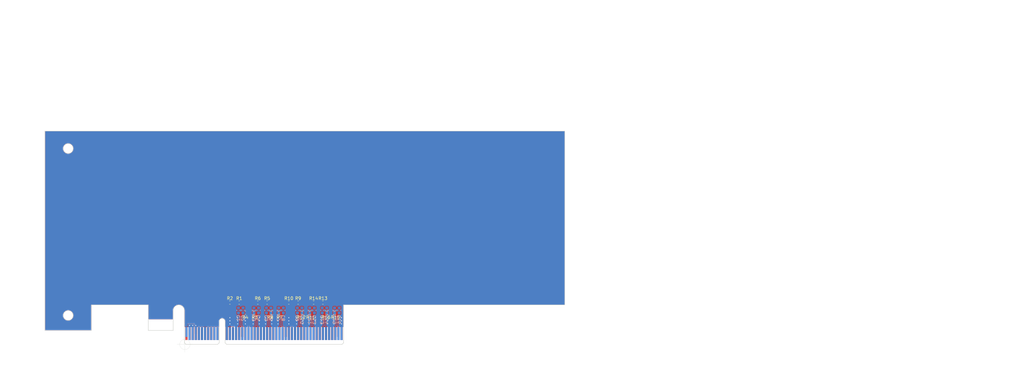
<source format=kicad_pcb>
(kicad_pcb (version 20211014) (generator pcbnew)
  (title_block (title "PCIexpress_x16_full") (company "Author: Luca Anastasio"))
  (layers (0 "F.Cu" power) (1 "In1.Cu" power) (2 "In2.Cu" power) (31 "B.Cu" power) (34 "B.Paste" user) (35 "F.Paste" user) (36 "B.SilkS" user "B.Silkscreen") (37 "F.SilkS" user "F.Silkscreen") (38 "B.Mask" user) (39 "F.Mask" user) (44 "Edge.Cuts" user))
  (net 0 "")
  (net 1 "GND")
  (net 2 "Net-(J2-PadA33)")
  (net 3 "Net-(J2-PadA32)")
  (net 4 "Net-(J2-PadA19)")
  (net 5 "+12V")
  (net 6 "+3V3")
  (net 7 "+3.3VA")
  (net 8 "Net-(J2-PadB12)")
  (net 9 "Net-(J2-PadB30)")
  (net 10 "/PER0_P")
  (net 11 "/PER0_N")
  (net 12 "/PER1_P")
  (net 13 "/PER1_N")
  (net 14 "/PER2_P")
  (net 15 "/PER2_N")
  (net 16 "/PER3_P")
  (net 17 "/PER3_N")
  (net 18 "/PER4_P")
  (net 19 "/PER4_N")
  (net 20 "/PER5_P")
  (net 21 "/PER5_N")
  (net 22 "/PER6_P")
  (net 23 "/PER6_N")
  (net 24 "/PER7_P")
  (net 25 "/PER7_N")
  (net 26 "/~{PRSNT2x8}")
  (net 27 "/PET7_N")
  (net 28 "/PET7_P")
  (net 29 "/PET6_N")
  (net 30 "/PET6_P")
  (net 31 "/PET5_N")
  (net 32 "/PET5_P")
  (net 33 "/PET4_N")
  (net 34 "/PET4_P")
  (net 35 "/~{PRSNT2x4}")
  (net 36 "/PET3_N")
  (net 37 "/PET3_P")
  (net 38 "/PET2_N")
  (net 39 "/PET2_P")
  (net 40 "/PET1_N")
  (net 41 "/PET1_P")
  (net 42 "/SMCLK")
  (net 43 "/SMDAT")
  (net 44 "/~{TRST}")
  (net 45 "/~{WAKE}")
  (net 46 "/PET0_P")
  (net 47 "/PET0_N")
  (net 48 "/~{PRSNT2x1}")
  (net 49 "/~{PRSNT1}")
  (net 50 "/TCK")
  (net 51 "/TDI")
  (net 52 "/TDO")
  (net 53 "/TMS")
  (net 54 "/~{PERST}")
  (net 55 "/REFCLK-")
  (net 56 "/REFCLK+")
  (net 57 "/PCIexpress_connector/_PER0_P")
  (net 58 "/PCIexpress_connector/_PER0_N")
  (net 59 "/PCIexpress_connector/_PER1_P")
  (net 60 "/PCIexpress_connector/_PER1_N")
  (net 61 "/PCIexpress_connector/_PER2_P")
  (net 62 "/PCIexpress_connector/_PER2_N")
  (net 63 "/PCIexpress_connector/_PER3_P")
  (net 64 "/PCIexpress_connector/_PER3_N")
  (net 65 "/PCIexpress_connector/_PER4_P")
  (net 66 "/PCIexpress_connector/_PER4_N")
  (net 67 "/PCIexpress_connector/_PER5_P")
  (net 68 "/PCIexpress_connector/_PER5_N")
  (net 69 "/PCIexpress_connector/_PER6_P")
  (net 70 "/PCIexpress_connector/_PER6_N")
  (net 71 "/PCIexpress_connector/_PER7_P")
  (net 72 "/PCIexpress_connector/_PER7_N")
  (footprint "PCIexpress:PCIexpress_bracket_low" (layer "F.Cu") (at 109.625 194.125)
    (fp_text reference "J1" hide)
    (fp_text value "PCIexpress_bracket")
  )
  (footprint "Resistor_SMD:R_0603_1608Metric" (layer "F.Cu") (at 127.125 180.625)
    (fp_text reference "R1" (at 0 -1.375) (layer "F.SilkS"))
    (fp_text value "49.9")
    (pad "1" smd roundrect locked (at -0.7875 0) (size 0.875 0.95) (layers "F.Cu" "F.Paste" "F.Mask") (net 47 "/PET0_N"))
    (pad "2" smd roundrect locked (at 0.7875 0) (size 0.875 0.95) (layers "F.Cu" "F.Paste" "F.Mask") (net 1 "GND"))
  )
  (footprint "Resistor_SMD:R_0603_1608Metric" (layer "F.Cu") (at 124.125 180.625 180)
    (fp_text reference "R2" (at 0 1.375) (layer "F.SilkS"))
    (fp_text value "49.9")
    (pad "1" smd roundrect locked (at -0.7875 0 180) (size 0.875 0.95) (layers "F.Cu" "F.Paste" "F.Mask") (net 46 "/PET0_P"))
    (pad "2" smd roundrect locked (at 0.7875 0 180) (size 0.875 0.95) (layers "F.Cu" "F.Paste" "F.Mask") (net 1 "GND"))
  )
  (footprint "Resistor_SMD:R_0603_1608Metric" (layer "F.Cu") (at 136.125 180.625)
    (fp_text reference "R5" (at 0 -1.375) (layer "F.SilkS"))
    (fp_text value "49.9")
    (pad "1" smd roundrect locked (at -0.7875 0) (size 0.875 0.95) (layers "F.Cu" "F.Paste" "F.Mask") (net 38 "/PET2_N"))
    (pad "2" smd roundrect locked (at 0.7875 0) (size 0.875 0.95) (layers "F.Cu" "F.Paste" "F.Mask") (net 1 "GND"))
  )
  (footprint "Resistor_SMD:R_0603_1608Metric" (layer "F.Cu") (at 133.125 180.625 180)
    (fp_text reference "R6" (at 0 1.375) (layer "F.SilkS"))
    (fp_text value "49.9")
    (pad "1" smd roundrect locked (at -0.7875 0 180) (size 0.875 0.95) (layers "F.Cu" "F.Paste" "F.Mask") (net 39 "/PET2_P"))
    (pad "2" smd roundrect locked (at 0.7875 0 180) (size 0.875 0.95) (layers "F.Cu" "F.Paste" "F.Mask") (net 1 "GND"))
  )
  (footprint "Resistor_SMD:R_0603_1608Metric" (layer "F.Cu") (at 140.125 183.875)
    (fp_text reference "R7" (at 0 1.5) (layer "F.SilkS"))
    (fp_text value "49.9")
    (pad "1" smd roundrect locked (at -0.7875 0) (size 0.875 0.95) (layers "F.Cu" "F.Paste" "F.Mask") (net 36 "/PET3_N"))
    (pad "2" smd roundrect locked (at 0.7875 0) (size 0.875 0.95) (layers "F.Cu" "F.Paste" "F.Mask") (net 1 "GND"))
  )
  (footprint "Resistor_SMD:R_0603_1608Metric" (layer "F.Cu") (at 137.125 183.875 180)
    (fp_text reference "R8" (at 0 -1.5) (layer "F.SilkS"))
    (fp_text value "49.9")
    (pad "1" smd roundrect locked (at -0.7875 0 180) (size 0.875 0.95) (layers "F.Cu" "F.Paste" "F.Mask") (net 37 "/PET3_P"))
    (pad "2" smd roundrect locked (at 0.7875 0 180) (size 0.875 0.95) (layers "F.Cu" "F.Paste" "F.Mask") (net 1 "GND"))
  )
  (footprint "Resistor_SMD:R_0603_1608Metric" (layer "F.Cu") (at 146.125 180.625)
    (fp_text reference "R9" (at 0 -1.375) (layer "F.SilkS"))
    (fp_text value "49.9")
    (pad "1" smd roundrect locked (at -0.7875 0) (size 0.875 0.95) (layers "F.Cu" "F.Paste" "F.Mask") (net 33 "/PET4_N"))
    (pad "2" smd roundrect locked (at 0.7875 0) (size 0.875 0.95) (layers "F.Cu" "F.Paste" "F.Mask") (net 1 "GND"))
  )
  (footprint "Resistor_SMD:R_0603_1608Metric" (layer "F.Cu") (at 143.125 180.625 180)
    (fp_text reference "R10" (at 0 1.375) (layer "F.SilkS"))
    (fp_text value "49.9")
    (pad "1" smd roundrect locked (at -0.7875 0 180) (size 0.875 0.95) (layers "F.Cu" "F.Paste" "F.Mask") (net 34 "/PET4_P"))
    (pad "2" smd roundrect locked (at 0.7875 0 180) (size 0.875 0.95) (layers "F.Cu" "F.Paste" "F.Mask") (net 1 "GND"))
  )
  (footprint "Resistor_SMD:R_0603_1608Metric" (layer "F.Cu") (at 150.125 183.875)
    (fp_text reference "R11" (at 0 1.5) (layer "F.SilkS"))
    (fp_text value "49.9")
    (pad "1" smd roundrect locked (at -0.7875 0) (size 0.875 0.95) (layers "F.Cu" "F.Paste" "F.Mask") (net 31 "/PET5_N"))
    (pad "2" smd roundrect locked (at 0.7875 0) (size 0.875 0.95) (layers "F.Cu" "F.Paste" "F.Mask") (net 1 "GND"))
  )
  (footprint "Resistor_SMD:R_0603_1608Metric" (layer "F.Cu") (at 147.125 183.875 180)
    (fp_text reference "R12" (at 0 -1.5) (layer "F.SilkS"))
    (fp_text value "49.9")
    (pad "1" smd roundrect locked (at -0.7875 0 180) (size 0.875 0.95) (layers "F.Cu" "F.Paste" "F.Mask") (net 32 "/PET5_P"))
    (pad "2" smd roundrect locked (at 0.7875 0 180) (size 0.875 0.95) (layers "F.Cu" "F.Paste" "F.Mask") (net 1 "GND"))
  )
  (footprint "Resistor_SMD:R_0603_1608Metric" (layer "F.Cu") (at 154.125 180.625)
    (fp_text reference "R13" (at 0 -1.375) (layer "F.SilkS"))
    (fp_text value "49.9")
    (pad "1" smd roundrect locked (at -0.7875 0) (size 0.875 0.95) (layers "F.Cu" "F.Paste" "F.Mask") (net 29 "/PET6_N"))
    (pad "2" smd roundrect locked (at 0.7875 0) (size 0.875 0.95) (layers "F.Cu" "F.Paste" "F.Mask") (net 1 "GND"))
  )
  (footprint "Resistor_SMD:R_0603_1608Metric" (layer "F.Cu") (at 151.125 180.625 180)
    (fp_text reference "R14" (at 0 1.375) (layer "F.SilkS"))
    (fp_text value "49.9")
    (pad "1" smd roundrect locked (at -0.7875 0 180) (size 0.875 0.95) (layers "F.Cu" "F.Paste" "F.Mask") (net 30 "/PET6_P"))
    (pad "2" smd roundrect locked (at 0.7875 0 180) (size 0.875 0.95) (layers "F.Cu" "F.Paste" "F.Mask") (net 1 "GND"))
  )
  (footprint "Resistor_SMD:R_0603_1608Metric" (layer "F.Cu") (at 158.125 183.875)
    (fp_text reference "R15" (at 0 1.5) (layer "F.SilkS"))
    (fp_text value "49.9")
    (pad "1" smd roundrect locked (at -0.7875 0) (size 0.875 0.95) (layers "F.Cu" "F.Paste" "F.Mask") (net 27 "/PET7_N"))
    (pad "2" smd roundrect locked (at 0.7875 0) (size 0.875 0.95) (layers "F.Cu" "F.Paste" "F.Mask") (net 1 "GND"))
  )
  (footprint "Resistor_SMD:R_0603_1608Metric" (layer "F.Cu") (at 155.125 183.875 180)
    (fp_text reference "R16" (at 0 -1.5) (layer "F.SilkS"))
    (fp_text value "49.9")
    (pad "1" smd roundrect locked (at -0.7875 0 180) (size 0.875 0.95) (layers "F.Cu" "F.Paste" "F.Mask") (net 28 "/PET7_P"))
    (pad "2" smd roundrect locked (at 0.7875 0 180) (size 0.875 0.95) (layers "F.Cu" "F.Paste" "F.Mask") (net 1 "GND"))
  )
  (footprint "Resistor_SMD:R_0603_1608Metric" (layer "F.Cu") (at 129.125 183.875 180)
    (fp_text reference "R4" (at 0 -1.5) (layer "F.SilkS"))
    (fp_text value "49.9")
    (pad "1" smd roundrect locked (at -0.7875 0 180) (size 0.875 0.95) (layers "F.Cu" "F.Paste" "F.Mask") (net 41 "/PET1_P"))
    (pad "2" smd roundrect locked (at 0.7875 0 180) (size 0.875 0.95) (layers "F.Cu" "F.Paste" "F.Mask") (net 1 "GND"))
  )
  (footprint "Resistor_SMD:R_0603_1608Metric" (layer "F.Cu") (at 132.125 183.875)
    (fp_text reference "R3" (at 0 1.5) (layer "F.SilkS"))
    (fp_text value "49.9")
    (pad "1" smd roundrect locked (at -0.7875 0) (size 0.875 0.95) (layers "F.Cu" "F.Paste" "F.Mask") (net 40 "/PET1_N"))
    (pad "2" smd roundrect locked (at 0.7875 0) (size 0.875 0.95) (layers "F.Cu" "F.Paste" "F.Mask") (net 1 "GND"))
  )
  (footprint "PCIexpress:PCIexpress_x8" (layer "F.Cu") (at 109.625 194.125)
    (fp_text reference "J2" hide)
    (fp_text value "PCIexpress_x8")
    (pad "A1" connect rect locked (at 0.5 -4) (size 0.7 3.2) (layers "B.Cu") (net 49 "/~{PRSNT1}"))
    (pad "A2" connect rect locked (at 1.5 -3.5) (size 0.7 4.2) (layers "B.Cu") (net 5 "+12V"))
    (pad "A3" connect rect locked (at 2.5 -3.5) (size 0.7 4.2) (layers "B.Cu") (net 5 "+12V"))
    (pad "A4" connect rect locked (at 3.5 -3.5) (size 0.7 4.2) (layers "B.Cu") (net 1 "GND"))
    (pad "A5" connect rect locked (at 4.5 -3.5) (size 0.7 4.2) (layers "B.Cu") (net 50 "/TCK"))
    (pad "A6" connect rect locked (at 5.5 -3.5) (size 0.7 4.2) (layers "B.Cu") (net 51 "/TDI"))
    (pad "A7" connect rect locked (at 6.5 -3.5) (size 0.7 4.2) (layers "B.Cu") (net 52 "/TDO"))
    (pad "A8" connect rect locked (at 7.5 -3.5) (size 0.7 4.2) (layers "B.Cu") (net 53 "/TMS"))
    (pad "A9" connect rect locked (at 8.5 -3.5) (size 0.7 4.2) (layers "B.Cu") (net 6 "+3V3"))
    (pad "A10" connect rect locked (at 9.5 -3.5) (size 0.7 4.2) (layers "B.Cu") (net 6 "+3V3"))
    (pad "A11" connect rect locked (at 10.5 -3.5) (size 0.7 4.2) (layers "B.Cu") (net 54 "/~{PERST}"))
    (pad "A12" connect rect locked (at 13.5 -3.5) (size 0.7 4.2) (layers "B.Cu") (net 1 "GND"))
    (pad "A13" connect rect locked (at 14.5 -3.5) (size 0.7 4.2) (layers "B.Cu") (net 56 "/REFCLK+"))
    (pad "A14" connect rect locked (at 15.5 -3.5) (size 0.7 4.2) (layers "B.Cu") (net 55 "/REFCLK-"))
    (pad "A15" connect rect locked (at 16.5 -3.5) (size 0.7 4.2) (layers "B.Cu") (net 1 "GND"))
    (pad "A16" connect rect locked (at 17.5 -3.5) (size 0.7 4.2) (layers "B.Cu") (net 57 "/PCIexpress_connector/_PER0_P"))
    (pad "A17" connect rect locked (at 18.5 -3.5) (size 0.7 4.2) (layers "B.Cu") (net 58 "/PCIexpress_connector/_PER0_N"))
    (pad "A18" connect rect locked (at 19.5 -3.5) (size 0.7 4.2) (layers "B.Cu") (net 1 "GND"))
    (pad "A19" connect rect locked (at 20.5 -3.5) (size 0.7 4.2) (layers "B.Cu") (net 4 "Net-(J2-PadA19)"))
    (pad "A20" connect rect locked (at 21.5 -3.5) (size 0.7 4.2) (layers "B.Cu") (net 1 "GND"))
    (pad "A21" connect rect locked (at 22.5 -3.5) (size 0.7 4.2) (layers "B.Cu") (net 59 "/PCIexpress_connector/_PER1_P"))
    (pad "A22" connect rect locked (at 23.5 -3.5) (size 0.7 4.2) (layers "B.Cu") (net 60 "/PCIexpress_connector/_PER1_N"))
    (pad "A23" connect rect locked (at 24.5 -3.5) (size 0.7 4.2) (layers "B.Cu") (net 1 "GND"))
    (pad "A24" connect rect locked (at 25.5 -3.5) (size 0.7 4.2) (layers "B.Cu") (net 1 "GND"))
    (pad "A25" connect rect locked (at 26.5 -3.5) (size 0.7 4.2) (layers "B.Cu") (net 61 "/PCIexpress_connector/_PER2_P"))
    (pad "A26" connect rect locked (at 27.5 -3.5) (size 0.7 4.2) (layers "B.Cu") (net 62 "/PCIexpress_connector/_PER2_N"))
    (pad "A27" connect rect locked (at 28.5 -3.5) (size 0.7 4.2) (layers "B.Cu") (net 1 "GND"))
    (pad "A28" connect rect locked (at 29.5 -3.5) (size 0.7 4.2) (layers "B.Cu") (net 1 "GND"))
    (pad "A29" connect rect locked (at 30.5 -3.5) (size 0.7 4.2) (layers "B.Cu") (net 63 "/PCIexpress_connector/_PER3_P"))
    (pad "A30" connect rect locked (at 31.5 -3.5) (size 0.7 4.2) (layers "B.Cu") (net 64 "/PCIexpress_connector/_PER3_N"))
    (pad "A31" connect rect locked (at 32.5 -3.5) (size 0.7 4.2) (layers "B.Cu") (net 1 "GND"))
    (pad "A32" connect rect locked (at 33.5 -3.5) (size 0.7 4.2) (layers "B.Cu") (net 3 "Net-(J2-PadA32)"))
    (pad "A33" connect rect locked (at 34.5 -3.5) (size 0.7 4.2) (layers "B.Cu") (net 2 "Net-(J2-PadA33)"))
    (pad "A34" connect rect locked (at 35.5 -3.5) (size 0.7 4.2) (layers "B.Cu") (net 1 "GND"))
    (pad "A35" connect rect locked (at 36.5 -3.5) (size 0.7 4.2) (layers "B.Cu") (net 65 "/PCIexpress_connector/_PER4_P"))
    (pad "A36" connect rect locked (at 37.5 -3.5) (size 0.7 4.2) (layers "B.Cu") (net 66 "/PCIexpress_connector/_PER4_N"))
    (pad "A37" connect rect locked (at 38.5 -3.5) (size 0.7 4.2) (layers "B.Cu") (net 1 "GND"))
    (pad "A38" connect rect locked (at 39.5 -3.5) (size 0.7 4.2) (layers "B.Cu") (net 1 "GND"))
    (pad "A39" connect rect locked (at 40.5 -3.5) (size 0.7 4.2) (layers "B.Cu") (net 67 "/PCIexpress_connector/_PER5_P"))
    (pad "A40" connect rect locked (at 41.5 -3.5) (size 0.7 4.2) (layers "B.Cu") (net 68 "/PCIexpress_connector/_PER5_N"))
    (pad "A41" connect rect locked (at 42.5 -3.5) (size 0.7 4.2) (layers "B.Cu") (net 1 "GND"))
    (pad "A42" connect rect locked (at 43.5 -3.5) (size 0.7 4.2) (layers "B.Cu") (net 1 "GND"))
    (pad "A43" connect rect locked (at 44.5 -3.5) (size 0.7 4.2) (layers "B.Cu") (net 69 "/PCIexpress_connector/_PER6_P"))
    (pad "A44" connect rect locked (at 45.5 -3.5) (size 0.7 4.2) (layers "B.Cu") (net 70 "/PCIexpress_connector/_PER6_N"))
    (pad "A45" connect rect locked (at 46.5 -3.5) (size 0.7 4.2) (layers "B.Cu") (net 1 "GND"))
    (pad "A46" connect rect locked (at 47.5 -3.5) (size 0.7 4.2) (layers "B.Cu") (net 1 "GND"))
    (pad "A47" connect rect locked (at 48.5 -3.5) (size 0.7 4.2) (layers "B.Cu") (net 71 "/PCIexpress_connector/_PER7_P"))
    (pad "A48" connect rect locked (at 49.5 -3.5) (size 0.7 4.2) (layers "B.Cu") (net 72 "/PCIexpress_connector/_PER7_N"))
    (pad "A49" connect rect locked (at 50.5 -3.5) (size 0.7 4.2) (layers "B.Cu") (net 1 "GND"))
    (pad "B1" connect rect locked (at 0.5 -3.5) (size 0.7 4.2) (layers "F.Cu") (net 5 "+12V"))
    (pad "B2" connect rect locked (at 1.5 -3.5) (size 0.7 4.2) (layers "F.Cu") (net 5 "+12V"))
    (pad "B3" connect rect locked (at 2.5 -3.5) (size 0.7 4.2) (layers "F.Cu") (net 5 "+12V"))
    (pad "B4" connect rect locked (at 3.5 -3.5) (size 0.7 4.2) (layers "F.Cu") (net 1 "GND"))
    (pad "B5" connect rect locked (at 4.5 -3.5) (size 0.7 4.2) (layers "F.Cu") (net 42 "/SMCLK"))
    (pad "B6" connect rect locked (at 5.5 -3.5) (size 0.7 4.2) (layers "F.Cu") (net 43 "/SMDAT"))
    (pad "B7" connect rect locked (at 6.5 -3.5) (size 0.7 4.2) (layers "F.Cu") (net 1 "GND"))
    (pad "B8" connect rect locked (at 7.5 -3.5) (size 0.7 4.2) (layers "F.Cu") (net 6 "+3V3"))
    (pad "B9" connect rect locked (at 8.5 -3.5) (size 0.7 4.2) (layers "F.Cu") (net 44 "/~{TRST}"))
    (pad "B10" connect rect locked (at 9.5 -3.5) (size 0.7 4.2) (layers "F.Cu") (net 7 "+3.3VA"))
    (pad "B11" connect rect locked (at 10.5 -3.5) (size 0.7 4.2) (layers "F.Cu") (net 45 "/~{WAKE}"))
    (pad "B12" connect rect locked (at 13.5 -3.5) (size 0.7 4.2) (layers "F.Cu") (net 8 "Net-(J2-PadB12)"))
    (pad "B13" connect rect locked (at 14.5 -3.5) (size 0.7 4.2) (layers "F.Cu") (net 1 "GND"))
    (pad "B14" connect rect locked (at 15.5 -3.5) (size 0.7 4.2) (layers "F.Cu") (net 46 "/PET0_P"))
    (pad "B15" connect rect locked (at 16.5 -3.5) (size 0.7 4.2) (layers "F.Cu") (net 47 "/PET0_N"))
    (pad "B16" connect rect locked (at 17.5 -3.5) (size 0.7 4.2) (layers "F.Cu") (net 1 "GND"))
    (pad "B17" connect rect locked (at 18.5 -4) (size 0.7 3.2) (layers "F.Cu") (net 48 "/~{PRSNT2x1}"))
    (pad "B18" connect rect locked (at 19.5 -3.5) (size 0.7 4.2) (layers "F.Cu") (net 1 "GND"))
    (pad "B19" connect rect locked (at 20.5 -3.5) (size 0.7 4.2) (layers "F.Cu") (net 41 "/PET1_P"))
    (pad "B20" connect rect locked (at 21.5 -3.5) (size 0.7 4.2) (layers "F.Cu") (net 40 "/PET1_N"))
    (pad "B21" connect rect locked (at 22.5 -3.5) (size 0.7 4.2) (layers "F.Cu") (net 1 "GND"))
    (pad "B22" connect rect locked (at 23.5 -3.5) (size 0.7 4.2) (layers "F.Cu") (net 1 "GND"))
    (pad "B23" connect rect locked (at 24.5 -3.5) (size 0.7 4.2) (layers "F.Cu") (net 39 "/PET2_P"))
    (pad "B24" connect rect locked (at 25.5 -3.5) (size 0.7 4.2) (layers "F.Cu") (net 38 "/PET2_N"))
    (pad "B25" connect rect locked (at 26.5 -3.5) (size 0.7 4.2) (layers "F.Cu") (net 1 "GND"))
    (pad "B26" connect rect locked (at 27.5 -3.5) (size 0.7 4.2) (layers "F.Cu") (net 1 "GND"))
    (pad "B27" connect rect locked (at 28.5 -3.5) (size 0.7 4.2) (layers "F.Cu") (net 37 "/PET3_P"))
    (pad "B28" connect rect locked (at 29.5 -3.5) (size 0.7 4.2) (layers "F.Cu") (net 36 "/PET3_N"))
    (pad "B29" connect rect locked (at 30.5 -3.5) (size 0.7 4.2) (layers "F.Cu") (net 1 "GND"))
    (pad "B30" connect rect locked (at 31.5 -3.5) (size 0.7 4.2) (layers "F.Cu") (net 9 "Net-(J2-PadB30)"))
    (pad "B31" connect rect locked (at 32.5 -4) (size 0.7 3.2) (layers "F.Cu") (net 35 "/~{PRSNT2x4}"))
    (pad "B32" connect rect locked (at 33.5 -3.5) (size 0.7 4.2) (layers "F.Cu") (net 1 "GND"))
    (pad "B33" connect rect locked (at 34.5 -3.5) (size 0.7 4.2) (layers "F.Cu") (net 34 "/PET4_P"))
    (pad "B34" connect rect locked (at 35.5 -3.5) (size 0.7 4.2) (layers "F.Cu") (net 33 "/PET4_N"))
    (pad "B35" connect rect locked (at 36.5 -3.5) (size 0.7 4.2) (layers "F.Cu") (net 1 "GND"))
    (pad "B36" connect rect locked (at 37.5 -3.5) (size 0.7 4.2) (layers "F.Cu") (net 1 "GND"))
    (pad "B37" connect rect locked (at 38.5 -3.5) (size 0.7 4.2) (layers "F.Cu") (net 32 "/PET5_P"))
    (pad "B38" connect rect locked (at 39.5 -3.5) (size 0.7 4.2) (layers "F.Cu") (net 31 "/PET5_N"))
    (pad "B39" connect rect locked (at 40.5 -3.5) (size 0.7 4.2) (layers "F.Cu") (net 1 "GND"))
    (pad "B40" connect rect locked (at 41.5 -3.5) (size 0.7 4.2) (layers "F.Cu") (net 1 "GND"))
    (pad "B41" connect rect locked (at 42.5 -3.5) (size 0.7 4.2) (layers "F.Cu") (net 30 "/PET6_P"))
    (pad "B42" connect rect locked (at 43.5 -3.5) (size 0.7 4.2) (layers "F.Cu") (net 29 "/PET6_N"))
    (pad "B43" connect rect locked (at 44.5 -3.5) (size 0.7 4.2) (layers "F.Cu") (net 1 "GND"))
    (pad "B44" connect rect locked (at 45.5 -3.5) (size 0.7 4.2) (layers "F.Cu") (net 1 "GND"))
    (pad "B45" connect rect locked (at 46.5 -3.5) (size 0.7 4.2) (layers "F.Cu") (net 28 "/PET7_P"))
    (pad "B46" connect rect locked (at 47.5 -3.5) (size 0.7 4.2) (layers "F.Cu") (net 27 "/PET7_N"))
    (pad "B47" connect rect locked (at 48.5 -3.5) (size 0.7 4.2) (layers "F.Cu") (net 1 "GND"))
    (pad "B48" connect rect locked (at 49.5 -4) (size 0.7 3.2) (layers "F.Cu") (net 26 "/~{PRSNT2x8}"))
    (pad "B49" connect rect locked (at 50.5 -3.5) (size 0.7 4.2) (layers "F.Cu") (net 1 "GND"))
  )
  (footprint "Capacitor_SMD:C_0603_1608Metric" (layer "B.Cu") (at 126.875 183.125 -90)
    (fp_text reference "C1" (at 2.5 0 90) (layer "B.SilkS") (effects (justify mirror)))
    (fp_text value "100n")
    (pad "1" smd roundrect locked (at -0.7875 0 270) (size 0.875 0.95) (layers "B.Cu" "B.Paste" "B.Mask") (net 10 "/PER0_P"))
    (pad "2" smd roundrect locked (at 0.7875 0 270) (size 0.875 0.95) (layers "B.Cu" "B.Paste" "B.Mask") (net 57 "/PCIexpress_connector/_PER0_P"))
  )
  (footprint "Capacitor_SMD:C_0603_1608Metric" (layer "B.Cu") (at 128.375 183.125 90)
    (fp_text reference "C2" (at -2.5 0 90) (layer "B.SilkS") (effects (justify mirror)))
    (fp_text value "100n")
    (pad "1" smd roundrect locked (at -0.7875 0 90) (size 0.875 0.95) (layers "B.Cu" "B.Paste" "B.Mask") (net 58 "/PCIexpress_connector/_PER0_N"))
    (pad "2" smd roundrect locked (at 0.7875 0 90) (size 0.875 0.95) (layers "B.Cu" "B.Paste" "B.Mask") (net 11 "/PER0_N"))
  )
  (footprint "Capacitor_SMD:C_0603_1608Metric" (layer "B.Cu") (at 131.875 183.125 -90)
    (fp_text reference "C3" (at 2.5 0 90) (layer "B.SilkS") (effects (justify mirror)))
    (fp_text value "100n")
    (pad "1" smd roundrect locked (at -0.7875 0 270) (size 0.875 0.95) (layers "B.Cu" "B.Paste" "B.Mask") (net 12 "/PER1_P"))
    (pad "2" smd roundrect locked (at 0.7875 0 270) (size 0.875 0.95) (layers "B.Cu" "B.Paste" "B.Mask") (net 59 "/PCIexpress_connector/_PER1_P"))
  )
  (footprint "Capacitor_SMD:C_0603_1608Metric" (layer "B.Cu") (at 133.375 183.125 90)
    (fp_text reference "C4" (at -2.5 0 90) (layer "B.SilkS") (effects (justify mirror)))
    (fp_text value "100n")
    (pad "1" smd roundrect locked (at -0.7875 0 90) (size 0.875 0.95) (layers "B.Cu" "B.Paste" "B.Mask") (net 60 "/PCIexpress_connector/_PER1_N"))
    (pad "2" smd roundrect locked (at 0.7875 0 90) (size 0.875 0.95) (layers "B.Cu" "B.Paste" "B.Mask") (net 13 "/PER1_N"))
  )
  (footprint "Capacitor_SMD:C_0603_1608Metric" (layer "B.Cu") (at 135.875 183.125 -90)
    (fp_text reference "C5" (at 2.5 0 90) (layer "B.SilkS") (effects (justify mirror)))
    (fp_text value "100n")
    (pad "1" smd roundrect locked (at -0.7875 0 270) (size 0.875 0.95) (layers "B.Cu" "B.Paste" "B.Mask") (net 14 "/PER2_P"))
    (pad "2" smd roundrect locked (at 0.7875 0 270) (size 0.875 0.95) (layers "B.Cu" "B.Paste" "B.Mask") (net 61 "/PCIexpress_connector/_PER2_P"))
  )
  (footprint "Capacitor_SMD:C_0603_1608Metric" (layer "B.Cu") (at 137.375 183.125 90)
    (fp_text reference "C6" (at -2.5 0 90) (layer "B.SilkS") (effects (justify mirror)))
    (fp_text value "100n")
    (pad "1" smd roundrect locked (at -0.7875 0 90) (size 0.875 0.95) (layers "B.Cu" "B.Paste" "B.Mask") (net 62 "/PCIexpress_connector/_PER2_N"))
    (pad "2" smd roundrect locked (at 0.7875 0 90) (size 0.875 0.95) (layers "B.Cu" "B.Paste" "B.Mask") (net 15 "/PER2_N"))
  )
  (footprint "Capacitor_SMD:C_0603_1608Metric" (layer "B.Cu") (at 139.875 183.125 -90)
    (fp_text reference "C7" (at 2.5 0 90) (layer "B.SilkS") (effects (justify mirror)))
    (fp_text value "100n")
    (pad "1" smd roundrect locked (at -0.7875 0 270) (size 0.875 0.95) (layers "B.Cu" "B.Paste" "B.Mask") (net 16 "/PER3_P"))
    (pad "2" smd roundrect locked (at 0.7875 0 270) (size 0.875 0.95) (layers "B.Cu" "B.Paste" "B.Mask") (net 63 "/PCIexpress_connector/_PER3_P"))
  )
  (footprint "Capacitor_SMD:C_0603_1608Metric" (layer "B.Cu") (at 141.375 183.125 90)
    (fp_text reference "C8" (at -2.5 0 90) (layer "B.SilkS") (effects (justify mirror)))
    (fp_text value "100n")
    (pad "1" smd roundrect locked (at -0.7875 0 90) (size 0.875 0.95) (layers "B.Cu" "B.Paste" "B.Mask") (net 64 "/PCIexpress_connector/_PER3_N"))
    (pad "2" smd roundrect locked (at 0.7875 0 90) (size 0.875 0.95) (layers "B.Cu" "B.Paste" "B.Mask") (net 17 "/PER3_N"))
  )
  (footprint "Capacitor_SMD:C_0603_1608Metric" (layer "B.Cu") (at 145.875 183.125 -90)
    (fp_text reference "C9" (at 2.5 0 90) (layer "B.SilkS") (effects (justify mirror)))
    (fp_text value "100n")
    (pad "1" smd roundrect locked (at -0.7875 0 270) (size 0.875 0.95) (layers "B.Cu" "B.Paste" "B.Mask") (net 18 "/PER4_P"))
    (pad "2" smd roundrect locked (at 0.7875 0 270) (size 0.875 0.95) (layers "B.Cu" "B.Paste" "B.Mask") (net 65 "/PCIexpress_connector/_PER4_P"))
  )
  (footprint "Capacitor_SMD:C_0603_1608Metric" (layer "B.Cu") (at 147.375 183.125 90)
    (fp_text reference "C10" (at -3 0 90) (layer "B.SilkS") (effects (justify mirror)))
    (fp_text value "100n")
    (pad "1" smd roundrect locked (at -0.7875 0 90) (size 0.875 0.95) (layers "B.Cu" "B.Paste" "B.Mask") (net 66 "/PCIexpress_connector/_PER4_N"))
    (pad "2" smd roundrect locked (at 0.7875 0 90) (size 0.875 0.95) (layers "B.Cu" "B.Paste" "B.Mask") (net 19 "/PER4_N"))
  )
  (footprint "Capacitor_SMD:C_0603_1608Metric" (layer "B.Cu") (at 149.875 183.125 -90)
    (fp_text reference "C11" (at 3 0 90) (layer "B.SilkS") (effects (justify mirror)))
    (fp_text value "100n")
    (pad "1" smd roundrect locked (at -0.7875 0 270) (size 0.875 0.95) (layers "B.Cu" "B.Paste" "B.Mask") (net 20 "/PER5_P"))
    (pad "2" smd roundrect locked (at 0.7875 0 270) (size 0.875 0.95) (layers "B.Cu" "B.Paste" "B.Mask") (net 67 "/PCIexpress_connector/_PER5_P"))
  )
  (footprint "Capacitor_SMD:C_0603_1608Metric" (layer "B.Cu") (at 151.375 183.125 90)
    (fp_text reference "C12" (at -3 0 90) (layer "B.SilkS") (effects (justify mirror)))
    (fp_text value "100n")
    (pad "1" smd roundrect locked (at -0.7875 0 90) (size 0.875 0.95) (layers "B.Cu" "B.Paste" "B.Mask") (net 68 "/PCIexpress_connector/_PER5_N"))
    (pad "2" smd roundrect locked (at 0.7875 0 90) (size 0.875 0.95) (layers "B.Cu" "B.Paste" "B.Mask") (net 21 "/PER5_N"))
  )
  (footprint "Capacitor_SMD:C_0603_1608Metric" (layer "B.Cu") (at 155.375 183.125 90)
    (fp_text reference "C14" (at -3 0 90) (layer "B.SilkS") (effects (justify mirror)))
    (fp_text value "100n")
    (pad "1" smd roundrect locked (at -0.7875 0 90) (size 0.875 0.95) (layers "B.Cu" "B.Paste" "B.Mask") (net 70 "/PCIexpress_connector/_PER6_N"))
    (pad "2" smd roundrect locked (at 0.7875 0 90) (size 0.875 0.95) (layers "B.Cu" "B.Paste" "B.Mask") (net 23 "/PER6_N"))
  )
  (footprint "Capacitor_SMD:C_0603_1608Metric" (layer "B.Cu") (at 157.875 183.125 -90)
    (fp_text reference "C15" (at 3 0 90) (layer "B.SilkS") (effects (justify mirror)))
    (fp_text value "100n")
    (pad "1" smd roundrect locked (at -0.7875 0 270) (size 0.875 0.95) (layers "B.Cu" "B.Paste" "B.Mask") (net 24 "/PER7_P"))
    (pad "2" smd roundrect locked (at 0.7875 0 270) (size 0.875 0.95) (layers "B.Cu" "B.Paste" "B.Mask") (net 71 "/PCIexpress_connector/_PER7_P"))
  )
  (footprint "Capacitor_SMD:C_0603_1608Metric" (layer "B.Cu") (at 159.375 183.125 90)
    (fp_text reference "C16" (at -3 0 90) (layer "B.SilkS") (effects (justify mirror)))
    (fp_text value "100n")
    (pad "1" smd roundrect locked (at -0.7875 0 90) (size 0.875 0.95) (layers "B.Cu" "B.Paste" "B.Mask") (net 72 "/PCIexpress_connector/_PER7_N"))
    (pad "2" smd roundrect locked (at 0.7875 0 90) (size 0.875 0.95) (layers "B.Cu" "B.Paste" "B.Mask") (net 25 "/PER7_N"))
  )
  (footprint "Capacitor_SMD:C_0603_1608Metric" (layer "B.Cu") (at 153.875 183.125 -90)
    (fp_text reference "C13" (at 3 0 90) (layer "B.SilkS") (effects (justify mirror)))
    (fp_text value "100n")
    (pad "1" smd roundrect locked (at -0.7875 0 270) (size 0.875 0.95) (layers "B.Cu" "B.Paste" "B.Mask") (net 22 "/PER6_P"))
    (pad "2" smd roundrect locked (at 0.7875 0 270) (size 0.875 0.95) (layers "B.Cu" "B.Paste" "B.Mask") (net 69 "/PCIexpress_connector/_PER6_P"))
  )
  (gr_line (start 120.175 194.125) (end 120.675 193.625) (layer "Edge.Cuts") (width 0.15))
  (gr_line (start 160.275 194.125) (end 123.075 194.125) (layer "Edge.Cuts") (width 0.15))
  (gr_line (start 97.825 181.375) (end 97.825 189.625) (layer "Edge.Cuts") (width 0.15))
  (gr_line (start 79.475 181.375) (end 97.825 181.375) (layer "Edge.Cuts") (width 0.15))
  (gr_line (start 232.125 181.375) (end 232.125 125.225) (layer "Edge.Cuts") (width 0.15))
  (gr_line (start 97.825 189.625) (end 105.825 189.625) (layer "Edge.Cuts") (width 0.15))
  (gr_line (start 120.675 193.625) (end 120.675 186.675) (layer "Edge.Cuts") (width 0.15))
  (gr_line (start 64.475 189.625) (end 79.475 189.625) (layer "Edge.Cuts") (width 0.15))
  (gr_line (start 109.475 193.625) (end 109.975 194.125) (layer "Edge.Cuts") (width 0.15))
  (gr_line (start 160.775 181.375) (end 160.775 193.625) (layer "Edge.Cuts") (width 0.15))
  (gr_line (start 122.575 193.625) (end 123.075 194.125) (layer "Edge.Cuts") (width 0.15))
  (gr_arc (start 120.675 186.675) (mid 121.625 185.725) (end 122.575 186.675) (layer "Edge.Cuts") (width 0.15))
  (gr_line (start 64.475 125.225) (end 64.475 189.625) (layer "Edge.Cuts") (width 0.15))
  (gr_line (start 79.475 189.625) (end 79.475 181.375) (layer "Edge.Cuts") (width 0.15))
  (gr_circle (center 71.975 130.875) (end 73.575 130.875) (layer "Edge.Cuts") (width 0.15) (fill none))
  (gr_line (start 109.475 183.2) (end 109.475 193.625) (layer "Edge.Cuts") (width 0.15))
  (gr_line (start 232.125 181.375) (end 160.775 181.375) (layer "Edge.Cuts") (width 0.15))
  (gr_line (start 105.825 189.625) (end 105.825 183.2) (layer "Edge.Cuts") (width 0.15))
  (gr_line (start 160.775 193.625) (end 160.275 194.125) (layer "Edge.Cuts") (width 0.15))
  (gr_line (start 232.125 125.225) (end 64.475 125.225) (layer "Edge.Cuts") (width 0.15))
  (gr_line (start 122.575 186.675) (end 122.575 193.625) (layer "Edge.Cuts") (width 0.15))
  (gr_arc (start 105.825 183.2) (mid 107.65 181.375) (end 109.475 183.2) (layer "Edge.Cuts") (width 0.15))
  (gr_circle (center 71.975 184.775) (end 73.575 184.775) (layer "Edge.Cuts") (width 0.15) (fill none))
  (gr_line (start 109.975 194.125) (end 120.175 194.125) (layer "Edge.Cuts") (width 0.15))
  (target plus (at 109.625 194.125) (size 5) (width 0.05) (layer "Edge.Cuts"))
  (segment (start 113.125 188.125) (end 113.125 188.125) (width 0.7) (layer "F.Cu") (net 1))
  (segment (start 113.125 190.625) (end 113.125 188) (width 0.7) (layer "F.Cu") (net 1))
  (via (at 124.125 185.5) (size 0.55) (drill 0.3) (layers "F.Cu" "B.Cu") (net 1))
  (via (at 143.125 185.5) (size 0.55) (drill 0.3) (layers "F.Cu" "B.Cu") (net 1))
  (via (at 157.625 185.5) (size 0.55) (drill 0.3) (layers "F.Cu" "B.Cu") (net 1))
  (via (at 135.625 185.5) (size 0.55) (drill 0.3) (layers "F.Cu" "B.Cu") (net 1))
  (via (at 139.625 185.5) (size 0.55) (drill 0.3) (layers "F.Cu" "B.Cu") (net 1))
  (via (at 133.625 185.5) (size 0.55) (drill 0.3) (layers "F.Cu" "B.Cu") (net 1))
  (via (at 129.125 185.5) (size 0.55) (drill 0.3) (layers "F.Cu" "B.Cu") (net 1))
  (via (at 155.625 185.5) (size 0.55) (drill 0.3) (layers "F.Cu" "B.Cu") (net 1))
  (via (at 149.625 185.5) (size 0.55) (drill 0.3) (layers "F.Cu" "B.Cu") (net 1))
  (via (at 147.625 185.5) (size 0.55) (drill 0.3) (layers "F.Cu" "B.Cu") (net 1))
  (via (at 145.625 185.5) (size 0.55) (drill 0.3) (layers "F.Cu" "B.Cu") (net 1))
  (via (at 160.125 185.5) (size 0.55) (drill 0.3) (layers "F.Cu" "B.Cu") (net 1))
  (via (at 151.625 185.5) (size 0.55) (drill 0.3) (layers "F.Cu" "B.Cu") (net 1))
  (via (at 153.625 185.5) (size 0.55) (drill 0.3) (layers "F.Cu" "B.Cu") (net 1))
  (via (at 126.625 185.5) (size 0.55) (drill 0.3) (layers "F.Cu" "B.Cu") (net 1))
  (via (at 131.625 185.5) (size 0.55) (drill 0.3) (layers "F.Cu" "B.Cu") (net 1))
  (via (at 137.625 185.5) (size 0.55) (drill 0.3) (layers "F.Cu" "B.Cu") (net 1))
  (via (at 157.625 187.5) (size 0.55) (drill 0.3) (layers "F.Cu" "B.Cu") (net 1))
  (via (at 143.125 186.5) (size 0.55) (drill 0.3) (layers "F.Cu" "B.Cu") (net 1))
  (via (at 137.625 187.5) (size 0.55) (drill 0.3) (layers "F.Cu" "B.Cu") (net 1))
  (via (at 124.125 186.5) (size 0.55) (drill 0.3) (layers "F.Cu" "B.Cu") (net 1))
  (via (at 147.625 186.5) (size 0.55) (drill 0.3) (layers "F.Cu" "B.Cu") (net 1))
  (via (at 143.125 187.5) (size 0.55) (drill 0.3) (layers "F.Cu" "B.Cu") (net 1))
  (via (at 137.625 186.5) (size 0.55) (drill 0.3) (layers "F.Cu" "B.Cu") (net 1))
  (via (at 160.125 187.5) (size 0.55) (drill 0.3) (layers "F.Cu" "B.Cu") (net 1))
  (via (at 131.625 187.5) (size 0.55) (drill 0.3) (layers "F.Cu" "B.Cu") (net 1))
  (via (at 124.125 187.5) (size 0.55) (drill 0.3) (layers "F.Cu" "B.Cu") (net 1))
  (via (at 160.125 186.5) (size 0.55) (drill 0.3) (layers "F.Cu" "B.Cu") (net 1))
  (via (at 135.625 186.5) (size 0.55) (drill 0.3) (layers "F.Cu" "B.Cu") (net 1))
  (via (at 113.125 188) (size 0.55) (drill 0.3) (layers "F.Cu" "B.Cu") (net 1))
  (via (at 155.625 187.5) (size 0.55) (drill 0.3) (layers "F.Cu" "B.Cu") (net 1))
  (via (at 153.625 186.5) (size 0.55) (drill 0.3) (layers "F.Cu" "B.Cu") (net 1))
  (via (at 133.625 186.5) (size 0.55) (drill 0.3) (layers "F.Cu" "B.Cu") (net 1))
  (via (at 126.625 186.5) (size 0.55) (drill 0.3) (layers "F.Cu" "B.Cu") (net 1))
  (via (at 151.625 187.5) (size 0.55) (drill 0.3) (layers "F.Cu" "B.Cu") (net 1))
  (via (at 157.625 186.5) (size 0.55) (drill 0.3) (layers "F.Cu" "B.Cu") (net 1))
  (via (at 147.625 187.5) (size 0.55) (drill 0.3) (layers "F.Cu" "B.Cu") (net 1))
  (via (at 145.625 186.5) (size 0.55) (drill 0.3) (layers "F.Cu" "B.Cu") (net 1))
  (via (at 149.625 187.5) (size 0.55) (drill 0.3) (layers "F.Cu" "B.Cu") (net 1))
  (via (at 126.625 187.5) (size 0.55) (drill 0.3) (layers "F.Cu" "B.Cu") (net 1))
  (via (at 129.125 186.5) (size 0.55) (drill 0.3) (layers "F.Cu" "B.Cu") (net 1))
  (via (at 149.625 186.5) (size 0.55) (drill 0.3) (layers "F.Cu" "B.Cu") (net 1))
  (via (at 131.625 186.5) (size 0.55) (drill 0.3) (layers "F.Cu" "B.Cu") (net 1))
  (via (at 155.625 186.5) (size 0.55) (drill 0.3) (layers "F.Cu" "B.Cu") (net 1))
  (via (at 129.125 187.5) (size 0.55) (drill 0.3) (layers "F.Cu" "B.Cu") (net 1))
  (via (at 151.625 186.5) (size 0.55) (drill 0.3) (layers "F.Cu" "B.Cu") (net 1))
  (via (at 133.625 187.5) (size 0.55) (drill 0.3) (layers "F.Cu" "B.Cu") (net 1))
  (via (at 145.625 187.5) (size 0.55) (drill 0.3) (layers "F.Cu" "B.Cu") (net 1))
  (via (at 135.625 187.5) (size 0.55) (drill 0.3) (layers "F.Cu" "B.Cu") (net 1))
  (via (at 153.625 187.5) (size 0.55) (drill 0.3) (layers "F.Cu" "B.Cu") (net 1))
  (via (at 139.625 186.5) (size 0.55) (drill 0.3) (layers "F.Cu" "B.Cu") (net 1))
  (via (at 139.625 187.5) (size 0.55) (drill 0.3) (layers "F.Cu" "B.Cu") (net 1))
  (segment (start 111.125 190.625) (end 111.125 188) (width 0.0889) (layer "F.Cu") (net 5))
  (via (at 112.125 188) (size 0.55) (drill 0.3) (layers "F.Cu" "B.Cu") (net 5))
  (via (at 111.125 188) (size 0.55) (drill 0.3) (layers "F.Cu" "B.Cu") (net 5))
  (segment (start 157.3375 184.5375) (end 157.3375 183.875) (width 0.2) (layer "F.Cu") (net 27))
  (segment (start 157.125 188.375) (end 156.825 188.075) (width 0.2) (layer "F.Cu") (net 27))
  (segment (start 156.825 188.075) (end 156.825 185.05) (width 0.2) (layer "F.Cu") (net 27))
  (segment (start 157.125 190.625) (end 157.125 188.375) (width 0.2) (layer "F.Cu") (net 27))
  (segment (start 156.825 185.05) (end 157.3375 184.5375) (width 0.2) (layer "F.Cu") (net 27))
  (segment (start 156.425 185.05) (end 155.9125 184.5375) (width 0.2) (layer "F.Cu") (net 28))
  (segment (start 156.125 188.375) (end 156.425 188.075) (width 0.2) (layer "F.Cu") (net 28))
  (segment (start 156.125 190.625) (end 156.125 188.375) (width 0.2) (layer "F.Cu") (net 28))
  (segment (start 155.9125 184.5375) (end 155.9125 183.875) (width 0.2) (layer "F.Cu") (net 28))
  (segment (start 156.425 188.075) (end 156.425 185.05) (width 0.2) (layer "F.Cu") (net 28))
  (segment (start 153.125 188.375) (end 153.125 190.625) (width 0.2) (layer "F.Cu") (net 29))
  (segment (start 153.3375 181.2875) (end 152.825 181.8) (width 0.2) (layer "F.Cu") (net 29))
  (segment (start 152.825 181.8) (end 152.825 188.075) (width 0.2) (layer "F.Cu") (net 29))
  (segment (start 153.3375 180.625) (end 153.3375 181.2875) (width 0.2) (layer "F.Cu") (net 29))
  (segment (start 152.825 188.075) (end 153.125 188.375) (width 0.2) (layer "F.Cu") (net 29))
  (segment (start 151.9125 181.26875) (end 152.425 181.78125) (width 0.2) (layer "F.Cu") (net 30))
  (segment (start 152.425 181.78125) (end 152.425 188.075) (width 0.2) (layer "F.Cu") (net 30))
  (segment (start 152.125 188.375) (end 152.125 190.625) (width 0.2) (layer "F.Cu") (net 30))
  (segment (start 151.9125 180.625) (end 151.9125 181.26875) (width 0.2) (layer "F.Cu") (net 30))
  (segment (start 152.425 188.075) (end 152.125 188.375) (width 0.2) (layer "F.Cu") (net 30))
  (segment (start 149.125 190.625) (end 149.125 188.375) (width 0.2) (layer "F.Cu") (net 31))
  (segment (start 149.125 188.375) (end 148.825 188.075) (width 0.2) (layer "F.Cu") (net 31))
  (segment (start 148.825 185.05) (end 149.3375 184.5375) (width 0.2) (layer "F.Cu") (net 31))
  (segment (start 149.3375 184.5375) (end 149.3375 183.875) (width 0.2) (layer "F.Cu") (net 31))
  (segment (start 148.825 188.075) (end 148.825 185.05) (width 0.2) (layer "F.Cu") (net 31))
  (segment (start 148.125 190.625) (end 148.125 188.375) (width 0.2) (layer "F.Cu") (net 32))
  (segment (start 148.125 188.375) (end 148.425 188.075) (width 0.2) (layer "F.Cu") (net 32))
  (segment (start 148.425 185.05) (end 147.9125 184.5375) (width 0.2) (layer "F.Cu") (net 32))
  (segment (start 148.425 188.075) (end 148.425 185.05) (width 0.2) (layer "F.Cu") (net 32))
  (segment (start 147.9125 184.5375) (end 147.9125 183.875) (width 0.2) (layer "F.Cu") (net 32))
  (segment (start 145.3375 180.625) (end 145.3375 181.2875) (width 0.2) (layer "F.Cu") (net 33))
  (segment (start 144.825 188.075) (end 145.125 188.375) (width 0.2) (layer "F.Cu") (net 33))
  (segment (start 144.825 181.8) (end 144.825 188.075) (width 0.2) (layer "F.Cu") (net 33))
  (segment (start 145.3375 181.2875) (end 144.825 181.8) (width 0.2) (layer "F.Cu") (net 33))
  (segment (start 145.125 188.375) (end 145.125 190.625) (width 0.2) (layer "F.Cu") (net 33))
  (segment (start 144.125 188.375) (end 144.125 190.625) (width 0.2) (layer "F.Cu") (net 34))
  (segment (start 144.425 181.78125) (end 144.425 188.075) (width 0.2) (layer "F.Cu") (net 34))
  (segment (start 143.9125 181.26875) (end 144.425 181.78125) (width 0.2) (layer "F.Cu") (net 34))
  (segment (start 144.425 188.075) (end 144.125 188.375) (width 0.2) (layer "F.Cu") (net 34))
  (segment (start 143.9125 180.625) (end 143.9125 181.26875) (width 0.2) (layer "F.Cu") (net 34))
  (segment (start 138.825 185.05) (end 139.3375 184.5375) (width 0.2) (layer "F.Cu") (net 36))
  (segment (start 139.125 190.625) (end 139.125 188.375) (width 0.2) (layer "F.Cu") (net 36))
  (segment (start 139.3375 184.5375) (end 139.3375 183.875) (width 0.2) (layer "F.Cu") (net 36))
  (segment (start 139.125 188.375) (end 138.825 188.075) (width 0.2) (layer "F.Cu") (net 36))
  (segment (start 138.825 188.075) (end 138.825 185.05) (width 0.2) (layer "F.Cu") (net 36))
  (segment (start 137.9125 184.5375) (end 137.9125 183.875) (width 0.2) (layer "F.Cu") (net 37))
  (segment (start 138.125 190.625) (end 138.125 188.375) (width 0.2) (layer "F.Cu") (net 37))
  (segment (start 138.425 185.05) (end 137.9125 184.5375) (width 0.2) (layer "F.Cu") (net 37))
  (segment (start 138.425 188.075) (end 138.425 185.05) (width 0.2) (layer "F.Cu") (net 37))
  (segment (start 138.125 188.375) (end 138.425 188.075) (width 0.2) (layer "F.Cu") (net 37))
  (segment (start 135.125 188.375) (end 135.125 190.625) (width 0.2) (layer "F.Cu") (net 38))
  (segment (start 135.3375 181.2875) (end 134.825 181.8) (width 0.2) (layer "F.Cu") (net 38))
  (segment (start 135.3375 180.625) (end 135.3375 181.2875) (width 0.2) (layer "F.Cu") (net 38))
  (segment (start 134.825 188.075) (end 135.125 188.375) (width 0.2) (layer "F.Cu") (net 38))
  (segment (start 134.825 181.8) (end 134.825 188.075) (width 0.2) (layer "F.Cu") (net 38))
  (segment (start 134.425 181.78125) (end 134.425 188.075) (width 0.2) (layer "F.Cu") (net 39))
  (segment (start 133.9125 180.625) (end 133.9125 181.26875) (width 0.2) (layer "F.Cu") (net 39))
  (segment (start 134.125 188.375) (end 134.125 190.625) (width 0.2) (layer "F.Cu") (net 39))
  (segment (start 133.9125 181.26875) (end 134.425 181.78125) (width 0.2) (layer "F.Cu") (net 39))
  (segment (start 134.425 188.075) (end 134.125 188.375) (width 0.2) (layer "F.Cu") (net 39))
  (segment (start 131.125 190.625) (end 131.125 188.375) (width 0.2) (layer "F.Cu") (net 40))
  (segment (start 131.3375 184.5375) (end 131.3375 183.875) (width 0.2) (layer "F.Cu") (net 40))
  (segment (start 130.825 188.075) (end 130.825 185.05) (width 0.2) (layer "F.Cu") (net 40))
  (segment (start 131.125 188.375) (end 130.825 188.075) (width 0.2) (layer "F.Cu") (net 40))
  (segment (start 130.825 185.05) (end 131.3375 184.5375) (width 0.2) (layer "F.Cu") (net 40))
  (segment (start 130.125 188.375) (end 130.425 188.075) (width 0.2) (layer "F.Cu") (net 41))
  (segment (start 130.425 188.075) (end 130.425 185.05) (width 0.2) (layer "F.Cu") (net 41))
  (segment (start 129.9125 184.5375) (end 129.9125 183.875) (width 0.2) (layer "F.Cu") (net 41))
  (segment (start 130.125 190.625) (end 130.125 188.375) (width 0.2) (layer "F.Cu") (net 41))
  (segment (start 130.425 185.05) (end 129.9125 184.5375) (width 0.2) (layer "F.Cu") (net 41))
  (segment (start 124.9125 181.26875) (end 124.9125 180.625) (width 0.2) (layer "F.Cu") (net 46))
  (segment (start 125.425 181.78125) (end 124.9125 181.26875) (width 0.2) (layer "F.Cu") (net 46))
  (segment (start 125.125 188.375) (end 125.425 188.075) (width 0.2) (layer "F.Cu") (net 46))
  (segment (start 125.425 188.075) (end 125.425 181.78125) (width 0.2) (layer "F.Cu") (net 46))
  (segment (start 125.125 190.625) (end 125.125 188.375) (width 0.2) (layer "F.Cu") (net 46))
  (segment (start 126.3375 181.2875) (end 126.3375 180.625) (width 0.2) (layer "F.Cu") (net 47))
  (segment (start 125.825 181.8) (end 126.3375 181.2875) (width 0.2) (layer "F.Cu") (net 47))
  (segment (start 126.125 190.625) (end 126.125 188.375) (width 0.2) (layer "F.Cu") (net 47))
  (segment (start 125.825 188.075) (end 125.825 181.8) (width 0.2) (layer "F.Cu") (net 47))
  (segment (start 126.125 188.375) (end 125.825 188.075) (width 0.2) (layer "F.Cu") (net 47))
  (segment (start 127.125 188.375) (end 127.125 190.625) (width 0.2) (layer "B.Cu") (net 57))
  (segment (start 126.875 183.9125) (end 126.875 184.5) (width 0.2) (layer "B.Cu") (net 57))
  (segment (start 126.875 184.5) (end 127.425 185.05) (width 0.2) (layer "B.Cu") (net 57))
  (segment (start 127.425 185.05) (end 127.425 188.075) (width 0.2) (layer "B.Cu") (net 57))
  (segment (start 127.425 188.075) (end 127.125 188.375) (width 0.2) (layer "B.Cu") (net 57))
  (segment (start 128.125 188.375) (end 128.125 190.625) (width 0.2) (layer "B.Cu") (net 58))
  (segment (start 127.825 188.075) (end 128.125 188.375) (width 0.2) (layer "B.Cu") (net 58))
  (segment (start 128.375 183.9125) (end 128.375 184.5) (width 0.2) (layer "B.Cu") (net 58))
  (segment (start 127.825 185.05) (end 127.825 188.075) (width 0.2) (layer "B.Cu") (net 58))
  (segment (start 128.375 184.5) (end 127.825 185.05) (width 0.2) (layer "B.Cu") (net 58))
  (segment (start 132.425 188.075) (end 132.125 188.375) (width 0.2) (layer "B.Cu") (net 59))
  (segment (start 132.425 185.05) (end 132.425 188.075) (width 0.2) (layer "B.Cu") (net 59))
  (segment (start 131.875 184.5) (end 132.425 185.05) (width 0.2) (layer "B.Cu") (net 59))
  (segment (start 132.125 188.375) (end 132.125 190.625) (width 0.2) (layer "B.Cu") (net 59))
  (segment (start 131.875 183.9125) (end 131.875 184.5) (width 0.2) (layer "B.Cu") (net 59))
  (segment (start 133.125 188.375) (end 133.125 190.625) (width 0.2) (layer "B.Cu") (net 60))
  (segment (start 132.825 185.05) (end 132.825 188.075) (width 0.2) (layer "B.Cu") (net 60))
  (segment (start 133.375 184.5) (end 132.825 185.05) (width 0.2) (layer "B.Cu") (net 60))
  (segment (start 133.375 183.9125) (end 133.375 184.5) (width 0.2) (layer "B.Cu") (net 60))
  (segment (start 132.825 188.075) (end 133.125 188.375) (width 0.2) (layer "B.Cu") (net 60))
  (segment (start 136.425 188.075) (end 136.125 188.375) (width 0.2) (layer "B.Cu") (net 61))
  (segment (start 136.425 185.05) (end 136.425 188.075) (width 0.2) (layer "B.Cu") (net 61))
  (segment (start 135.875 184.5) (end 136.425 185.05) (width 0.2) (layer "B.Cu") (net 61))
  (segment (start 136.125 188.375) (end 136.125 190.625) (width 0.2) (layer "B.Cu") (net 61))
  (segment (start 135.875 183.9125) (end 135.875 184.5) (width 0.2) (layer "B.Cu") (net 61))
  (segment (start 137.125 188.375) (end 137.125 190.625) (width 0.2) (layer "B.Cu") (net 62))
  (segment (start 136.825 185.05) (end 136.825 188.075) (width 0.2) (layer "B.Cu") (net 62))
  (segment (start 137.375 184.5) (end 136.825 185.05) (width 0.2) (layer "B.Cu") (net 62))
  (segment (start 137.375 183.9125) (end 137.375 184.5) (width 0.2) (layer "B.Cu") (net 62))
  (segment (start 136.825 188.075) (end 137.125 188.375) (width 0.2) (layer "B.Cu") (net 62))
  (segment (start 139.875 183.9125) (end 139.875 184.5) (width 0.2) (layer "B.Cu") (net 63))
  (segment (start 140.425 188.075) (end 140.125 188.375) (width 0.2) (layer "B.Cu") (net 63))
  (segment (start 140.125 188.375) (end 140.125 190.625) (width 0.2) (layer "B.Cu") (net 63))
  (segment (start 140.425 185.05) (end 140.425 188.075) (width 0.2) (layer "B.Cu") (net 63))
  (segment (start 139.875 184.5) (end 140.425 185.05) (width 0.2) (layer "B.Cu") (net 63))
  (segment (start 140.825 188.075) (end 141.125 188.375) (width 0.2) (layer "B.Cu") (net 64))
  (segment (start 141.375 184.5) (end 140.825 185.05) (width 0.2) (layer "B.Cu") (net 64))
  (segment (start 141.375 183.9125) (end 141.375 184.5) (width 0.2) (layer "B.Cu") (net 64))
  (segment (start 140.825 185.05) (end 140.825 188.075) (width 0.2) (layer "B.Cu") (net 64))
  (segment (start 141.125 188.375) (end 141.125 190.625) (width 0.2) (layer "B.Cu") (net 64))
  (segment (start 145.875 184.5) (end 146.425 185.05) (width 0.2) (layer "B.Cu") (net 65))
  (segment (start 146.425 185.05) (end 146.425 188.075) (width 0.2) (layer "B.Cu") (net 65))
  (segment (start 146.125 188.375) (end 146.125 190.625) (width 0.2) (layer "B.Cu") (net 65))
  (segment (start 145.875 183.9125) (end 145.875 184.5) (width 0.2) (layer "B.Cu") (net 65))
  (segment (start 146.425 188.075) (end 146.125 188.375) (width 0.2) (layer "B.Cu") (net 65))
  (segment (start 147.375 184.5) (end 146.825 185.05) (width 0.2) (layer "B.Cu") (net 66))
  (segment (start 146.825 188.075) (end 147.125 188.375) (width 0.2) (layer "B.Cu") (net 66))
  (segment (start 147.125 188.375) (end 147.125 190.625) (width 0.2) (layer "B.Cu") (net 66))
  (segment (start 147.375 183.9125) (end 147.375 184.5) (width 0.2) (layer "B.Cu") (net 66))
  (segment (start 146.825 185.05) (end 146.825 188.075) (width 0.2) (layer "B.Cu") (net 66))
  (segment (start 150.125 188.375) (end 150.125 190.625) (width 0.2) (layer "B.Cu") (net 67))
  (segment (start 149.875 184.5) (end 150.425 185.05) (width 0.2) (layer "B.Cu") (net 67))
  (segment (start 149.875 183.9125) (end 149.875 184.5) (width 0.2) (layer "B.Cu") (net 67))
  (segment (start 150.425 185.05) (end 150.425 188.075) (width 0.2) (layer "B.Cu") (net 67))
  (segment (start 150.425 188.075) (end 150.125 188.375) (width 0.2) (layer "B.Cu") (net 67))
  (segment (start 150.825 188.075) (end 151.125 188.375) (width 0.2) (layer "B.Cu") (net 68))
  (segment (start 151.375 184.5) (end 150.825 185.05) (width 0.2) (layer "B.Cu") (net 68))
  (segment (start 151.375 183.9125) (end 151.375 184.5) (width 0.2) (layer "B.Cu") (net 68))
  (segment (start 150.825 185.05) (end 150.825 188.075) (width 0.2) (layer "B.Cu") (net 68))
  (segment (start 151.125 188.375) (end 151.125 190.625) (width 0.2) (layer "B.Cu") (net 68))
  (segment (start 154.425 188.075) (end 154.125 188.375) (width 0.2) (layer "B.Cu") (net 69))
  (segment (start 154.425 185.05) (end 154.425 188.075) (width 0.2) (layer "B.Cu") (net 69))
  (segment (start 153.875 184.5) (end 154.425 185.05) (width 0.2) (layer "B.Cu") (net 69))
  (segment (start 154.125 188.375) (end 154.125 190.625) (width 0.2) (layer "B.Cu") (net 69))
  (segment (start 153.875 183.9125) (end 153.875 184.5) (width 0.2) (layer "B.Cu") (net 69))
  (segment (start 155.375 183.9125) (end 155.375 184.5) (width 0.2) (layer "B.Cu") (net 70))
  (segment (start 155.125 188.375) (end 155.125 190.625) (width 0.2) (layer "B.Cu") (net 70))
  (segment (start 154.825 188.075) (end 155.125 188.375) (width 0.2) (layer "B.Cu") (net 70))
  (segment (start 155.375 184.5) (end 154.825 185.05) (width 0.2) (layer "B.Cu") (net 70))
  (segment (start 154.825 185.05) (end 154.825 188.075) (width 0.2) (layer "B.Cu") (net 70))
  (segment (start 158.425 188.075) (end 158.125 188.375) (width 0.2) (layer "B.Cu") (net 71))
  (segment (start 158.125 188.375) (end 158.125 190.625) (width 0.2) (layer "B.Cu") (net 71))
  (segment (start 157.875 184.5) (end 158.425 185.05) (width 0.2) (layer "B.Cu") (net 71))
  (segment (start 158.425 185.05) (end 158.425 188.075) (width 0.2) (layer "B.Cu") (net 71))
  (segment (start 157.875 183.9125) (end 157.875 184.5) (width 0.2) (layer "B.Cu") (net 71))
  (segment (start 159.375 184.5) (end 158.825 185.05) (width 0.2) (layer "B.Cu") (net 72))
  (segment (start 159.375 183.9125) (end 159.375 184.5) (width 0.2) (layer "B.Cu") (net 72))
  (segment (start 159.125 188.375) (end 159.125 190.625) (width 0.2) (layer "B.Cu") (net 72))
  (segment (start 158.825 185.05) (end 158.825 188.075) (width 0.2) (layer "B.Cu") (net 72))
  (segment (start 158.825 188.075) (end 159.125 188.375) (width 0.2) (layer "B.Cu") (net 72))
  (zone (net 5) (net_name "+12V") (layer "F.Cu") (priority 2) (connect_pads thru_hole_only (clearance 0)) (min_thickness 0.25) (fill yes (thermal_gap 0.508) (thermal_bridge_width 0.508))
    (polygon (pts (xy 112.625 188.526) (xy 109.375 188.526) (xy 109.375 187.5) (xy 112.625 187.5)))
  )
  (zone (net 0) (net_name "") (layers "F.Cu" "In1.Cu" "In2.Cu" "B.Cu") (connect_pads (clearance 0)) (min_thickness 0.254)
    (keepout (tracks not_allowed) (vias not_allowed) (pads allowed) (copperpour not_allowed) (footprints allowed))
    (fill (thermal_gap 0.508) (thermal_bridge_width 0.508))
    (polygon (pts (xy 97.825 186.125) (xy 105.825 186.125) (xy 105.825 189.625) (xy 97.825 189.625)))
  )
  (zone (net 1) (net_name "GND") (layer "F.Cu") (connect_pads thru_hole_only (clearance 0)) (min_thickness 0.25) (fill yes (thermal_gap 0.508) (thermal_bridge_width 0.508))
    (polygon (pts (xy 64.5 125.25) (xy 232.125 125.25) (xy 232.125 181.375) (xy 160.875 181.375) (xy 160.875 188.525) (xy 109.375 188.525) (xy 109.375 183.25) (xy 105.875 183.25) (xy 105.875 186) (xy 97.75 186) (xy 97.75 181.375) (xy 79.5 181.375) (xy 79.5 189.625) (xy 64.5 189.625)))
  )
  (zone (net 5) (net_name "+12V") (layer "B.Cu") (priority 2) (connect_pads thru_hole_only (clearance 0)) (min_thickness 0.25) (fill yes (thermal_gap 0.508) (thermal_bridge_width 0.508))
    (polygon (pts (xy 112.625 188.526) (xy 110.625 188.526) (xy 110.625 187.5) (xy 112.625 187.5)))
  )
  (zone (net 1) (net_name "GND") (layer "B.Cu") (connect_pads thru_hole_only (clearance 0)) (min_thickness 0.25) (fill yes (thermal_gap 0.508) (thermal_bridge_width 0.508))
    (polygon (pts (xy 64.5 125.25) (xy 232.125 125.25) (xy 232.125 181.375) (xy 160.875 181.375) (xy 160.875 188.525) (xy 109.375 188.525) (xy 109.375 183.25) (xy 105.875 183.25) (xy 105.875 186) (xy 97.75 186) (xy 97.75 181.375) (xy 79.5 181.375) (xy 79.5 189.625) (xy 64.5 189.625)))
  )
)
</source>
